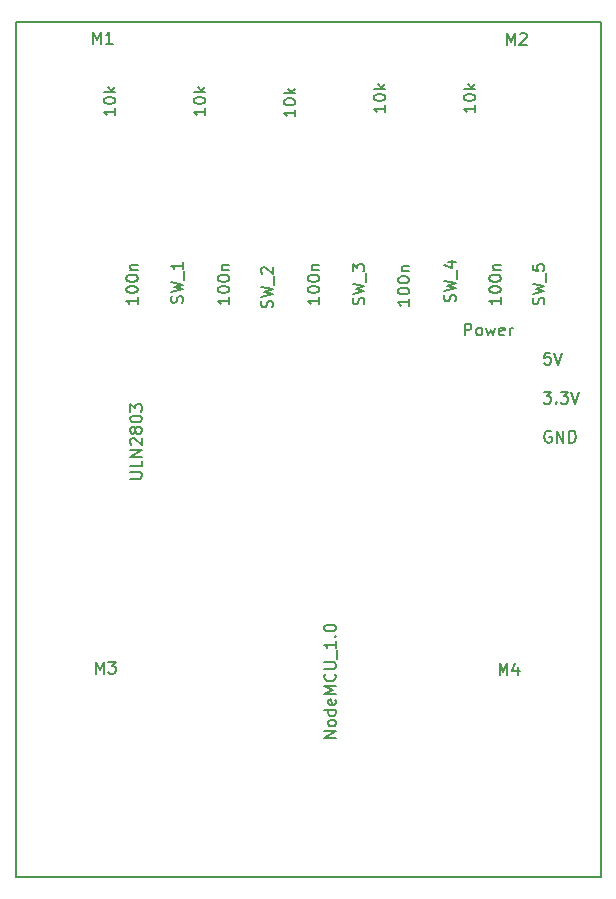
<source format=gbr>
G04 #@! TF.FileFunction,Other,Fab,Top*
%FSLAX46Y46*%
G04 Gerber Fmt 4.6, Leading zero omitted, Abs format (unit mm)*
G04 Created by KiCad (PCBNEW 4.0.3-stable) date 2016 August 18, Thursday 22:42:55*
%MOMM*%
%LPD*%
G01*
G04 APERTURE LIST*
%ADD10C,0.100000*%
%ADD11C,0.150000*%
G04 APERTURE END LIST*
D10*
D11*
X122761286Y-75019381D02*
X122285095Y-75019381D01*
X122237476Y-75495571D01*
X122285095Y-75447952D01*
X122380333Y-75400333D01*
X122618429Y-75400333D01*
X122713667Y-75447952D01*
X122761286Y-75495571D01*
X122808905Y-75590810D01*
X122808905Y-75828905D01*
X122761286Y-75924143D01*
X122713667Y-75971762D01*
X122618429Y-76019381D01*
X122380333Y-76019381D01*
X122285095Y-75971762D01*
X122237476Y-75924143D01*
X123094619Y-75019381D02*
X123427952Y-76019381D01*
X123761286Y-75019381D01*
X122189857Y-78319381D02*
X122808905Y-78319381D01*
X122475571Y-78700333D01*
X122618429Y-78700333D01*
X122713667Y-78747952D01*
X122761286Y-78795571D01*
X122808905Y-78890810D01*
X122808905Y-79128905D01*
X122761286Y-79224143D01*
X122713667Y-79271762D01*
X122618429Y-79319381D01*
X122332714Y-79319381D01*
X122237476Y-79271762D01*
X122189857Y-79224143D01*
X123237476Y-79224143D02*
X123285095Y-79271762D01*
X123237476Y-79319381D01*
X123189857Y-79271762D01*
X123237476Y-79224143D01*
X123237476Y-79319381D01*
X123618428Y-78319381D02*
X124237476Y-78319381D01*
X123904142Y-78700333D01*
X124047000Y-78700333D01*
X124142238Y-78747952D01*
X124189857Y-78795571D01*
X124237476Y-78890810D01*
X124237476Y-79128905D01*
X124189857Y-79224143D01*
X124142238Y-79271762D01*
X124047000Y-79319381D01*
X123761285Y-79319381D01*
X123666047Y-79271762D01*
X123618428Y-79224143D01*
X124523190Y-78319381D02*
X124856523Y-79319381D01*
X125189857Y-78319381D01*
X122808905Y-81667000D02*
X122713667Y-81619381D01*
X122570810Y-81619381D01*
X122427952Y-81667000D01*
X122332714Y-81762238D01*
X122285095Y-81857476D01*
X122237476Y-82047952D01*
X122237476Y-82190810D01*
X122285095Y-82381286D01*
X122332714Y-82476524D01*
X122427952Y-82571762D01*
X122570810Y-82619381D01*
X122666048Y-82619381D01*
X122808905Y-82571762D01*
X122856524Y-82524143D01*
X122856524Y-82190810D01*
X122666048Y-82190810D01*
X123285095Y-82619381D02*
X123285095Y-81619381D01*
X123856524Y-82619381D01*
X123856524Y-81619381D01*
X124332714Y-82619381D02*
X124332714Y-81619381D01*
X124570809Y-81619381D01*
X124713667Y-81667000D01*
X124808905Y-81762238D01*
X124856524Y-81857476D01*
X124904143Y-82047952D01*
X124904143Y-82190810D01*
X124856524Y-82381286D01*
X124808905Y-82476524D01*
X124713667Y-82571762D01*
X124570809Y-82619381D01*
X124332714Y-82619381D01*
X127000000Y-46990000D02*
X127000000Y-119380000D01*
X77470000Y-46990000D02*
X77470000Y-119380000D01*
X127000000Y-119380000D02*
X77470000Y-119380000D01*
X77470000Y-46990000D02*
X127000000Y-46990000D01*
X87172381Y-85669048D02*
X87981905Y-85669048D01*
X88077143Y-85621429D01*
X88124762Y-85573810D01*
X88172381Y-85478572D01*
X88172381Y-85288095D01*
X88124762Y-85192857D01*
X88077143Y-85145238D01*
X87981905Y-85097619D01*
X87172381Y-85097619D01*
X88172381Y-84145238D02*
X88172381Y-84621429D01*
X87172381Y-84621429D01*
X88172381Y-83811905D02*
X87172381Y-83811905D01*
X88172381Y-83240476D01*
X87172381Y-83240476D01*
X87267619Y-82811905D02*
X87220000Y-82764286D01*
X87172381Y-82669048D01*
X87172381Y-82430952D01*
X87220000Y-82335714D01*
X87267619Y-82288095D01*
X87362857Y-82240476D01*
X87458095Y-82240476D01*
X87600952Y-82288095D01*
X88172381Y-82859524D01*
X88172381Y-82240476D01*
X87600952Y-81669048D02*
X87553333Y-81764286D01*
X87505714Y-81811905D01*
X87410476Y-81859524D01*
X87362857Y-81859524D01*
X87267619Y-81811905D01*
X87220000Y-81764286D01*
X87172381Y-81669048D01*
X87172381Y-81478571D01*
X87220000Y-81383333D01*
X87267619Y-81335714D01*
X87362857Y-81288095D01*
X87410476Y-81288095D01*
X87505714Y-81335714D01*
X87553333Y-81383333D01*
X87600952Y-81478571D01*
X87600952Y-81669048D01*
X87648571Y-81764286D01*
X87696190Y-81811905D01*
X87791429Y-81859524D01*
X87981905Y-81859524D01*
X88077143Y-81811905D01*
X88124762Y-81764286D01*
X88172381Y-81669048D01*
X88172381Y-81478571D01*
X88124762Y-81383333D01*
X88077143Y-81335714D01*
X87981905Y-81288095D01*
X87791429Y-81288095D01*
X87696190Y-81335714D01*
X87648571Y-81383333D01*
X87600952Y-81478571D01*
X87172381Y-80669048D02*
X87172381Y-80573809D01*
X87220000Y-80478571D01*
X87267619Y-80430952D01*
X87362857Y-80383333D01*
X87553333Y-80335714D01*
X87791429Y-80335714D01*
X87981905Y-80383333D01*
X88077143Y-80430952D01*
X88124762Y-80478571D01*
X88172381Y-80573809D01*
X88172381Y-80669048D01*
X88124762Y-80764286D01*
X88077143Y-80811905D01*
X87981905Y-80859524D01*
X87791429Y-80907143D01*
X87553333Y-80907143D01*
X87362857Y-80859524D01*
X87267619Y-80811905D01*
X87220000Y-80764286D01*
X87172381Y-80669048D01*
X87172381Y-80002381D02*
X87172381Y-79383333D01*
X87553333Y-79716667D01*
X87553333Y-79573809D01*
X87600952Y-79478571D01*
X87648571Y-79430952D01*
X87743810Y-79383333D01*
X87981905Y-79383333D01*
X88077143Y-79430952D01*
X88124762Y-79478571D01*
X88172381Y-79573809D01*
X88172381Y-79859524D01*
X88124762Y-79954762D01*
X88077143Y-80002381D01*
X84280476Y-102179381D02*
X84280476Y-101179381D01*
X84613810Y-101893667D01*
X84947143Y-101179381D01*
X84947143Y-102179381D01*
X85328095Y-101179381D02*
X85947143Y-101179381D01*
X85613809Y-101560333D01*
X85756667Y-101560333D01*
X85851905Y-101607952D01*
X85899524Y-101655571D01*
X85947143Y-101750810D01*
X85947143Y-101988905D01*
X85899524Y-102084143D01*
X85851905Y-102131762D01*
X85756667Y-102179381D01*
X85470952Y-102179381D01*
X85375714Y-102131762D01*
X85328095Y-102084143D01*
X118443476Y-102306381D02*
X118443476Y-101306381D01*
X118776810Y-102020667D01*
X119110143Y-101306381D01*
X119110143Y-102306381D01*
X120014905Y-101639714D02*
X120014905Y-102306381D01*
X119776809Y-101258762D02*
X119538714Y-101973048D01*
X120157762Y-101973048D01*
X119078476Y-48966381D02*
X119078476Y-47966381D01*
X119411810Y-48680667D01*
X119745143Y-47966381D01*
X119745143Y-48966381D01*
X120173714Y-48061619D02*
X120221333Y-48014000D01*
X120316571Y-47966381D01*
X120554667Y-47966381D01*
X120649905Y-48014000D01*
X120697524Y-48061619D01*
X120745143Y-48156857D01*
X120745143Y-48252095D01*
X120697524Y-48394952D01*
X120126095Y-48966381D01*
X120745143Y-48966381D01*
X114704762Y-70675286D02*
X114752381Y-70532429D01*
X114752381Y-70294333D01*
X114704762Y-70199095D01*
X114657143Y-70151476D01*
X114561905Y-70103857D01*
X114466667Y-70103857D01*
X114371429Y-70151476D01*
X114323810Y-70199095D01*
X114276190Y-70294333D01*
X114228571Y-70484810D01*
X114180952Y-70580048D01*
X114133333Y-70627667D01*
X114038095Y-70675286D01*
X113942857Y-70675286D01*
X113847619Y-70627667D01*
X113800000Y-70580048D01*
X113752381Y-70484810D01*
X113752381Y-70246714D01*
X113800000Y-70103857D01*
X113752381Y-69770524D02*
X114752381Y-69532429D01*
X114038095Y-69341952D01*
X114752381Y-69151476D01*
X113752381Y-68913381D01*
X114847619Y-68770524D02*
X114847619Y-68008619D01*
X114085714Y-67341952D02*
X114752381Y-67341952D01*
X113704762Y-67580048D02*
X114419048Y-67818143D01*
X114419048Y-67199095D01*
X103195381Y-70334047D02*
X103195381Y-70905476D01*
X103195381Y-70619762D02*
X102195381Y-70619762D01*
X102338238Y-70715000D01*
X102433476Y-70810238D01*
X102481095Y-70905476D01*
X102195381Y-69715000D02*
X102195381Y-69619761D01*
X102243000Y-69524523D01*
X102290619Y-69476904D01*
X102385857Y-69429285D01*
X102576333Y-69381666D01*
X102814429Y-69381666D01*
X103004905Y-69429285D01*
X103100143Y-69476904D01*
X103147762Y-69524523D01*
X103195381Y-69619761D01*
X103195381Y-69715000D01*
X103147762Y-69810238D01*
X103100143Y-69857857D01*
X103004905Y-69905476D01*
X102814429Y-69953095D01*
X102576333Y-69953095D01*
X102385857Y-69905476D01*
X102290619Y-69857857D01*
X102243000Y-69810238D01*
X102195381Y-69715000D01*
X102195381Y-68762619D02*
X102195381Y-68667380D01*
X102243000Y-68572142D01*
X102290619Y-68524523D01*
X102385857Y-68476904D01*
X102576333Y-68429285D01*
X102814429Y-68429285D01*
X103004905Y-68476904D01*
X103100143Y-68524523D01*
X103147762Y-68572142D01*
X103195381Y-68667380D01*
X103195381Y-68762619D01*
X103147762Y-68857857D01*
X103100143Y-68905476D01*
X103004905Y-68953095D01*
X102814429Y-69000714D01*
X102576333Y-69000714D01*
X102385857Y-68953095D01*
X102290619Y-68905476D01*
X102243000Y-68857857D01*
X102195381Y-68762619D01*
X102528714Y-68000714D02*
X103195381Y-68000714D01*
X102623952Y-68000714D02*
X102576333Y-67953095D01*
X102528714Y-67857857D01*
X102528714Y-67714999D01*
X102576333Y-67619761D01*
X102671571Y-67572142D01*
X103195381Y-67572142D01*
X93543381Y-54316238D02*
X93543381Y-54887667D01*
X93543381Y-54601953D02*
X92543381Y-54601953D01*
X92686238Y-54697191D01*
X92781476Y-54792429D01*
X92829095Y-54887667D01*
X92543381Y-53697191D02*
X92543381Y-53601952D01*
X92591000Y-53506714D01*
X92638619Y-53459095D01*
X92733857Y-53411476D01*
X92924333Y-53363857D01*
X93162429Y-53363857D01*
X93352905Y-53411476D01*
X93448143Y-53459095D01*
X93495762Y-53506714D01*
X93543381Y-53601952D01*
X93543381Y-53697191D01*
X93495762Y-53792429D01*
X93448143Y-53840048D01*
X93352905Y-53887667D01*
X93162429Y-53935286D01*
X92924333Y-53935286D01*
X92733857Y-53887667D01*
X92638619Y-53840048D01*
X92591000Y-53792429D01*
X92543381Y-53697191D01*
X93543381Y-52935286D02*
X92543381Y-52935286D01*
X93162429Y-52840048D02*
X93543381Y-52554333D01*
X92876714Y-52554333D02*
X93257667Y-52935286D01*
X87828381Y-70334047D02*
X87828381Y-70905476D01*
X87828381Y-70619762D02*
X86828381Y-70619762D01*
X86971238Y-70715000D01*
X87066476Y-70810238D01*
X87114095Y-70905476D01*
X86828381Y-69715000D02*
X86828381Y-69619761D01*
X86876000Y-69524523D01*
X86923619Y-69476904D01*
X87018857Y-69429285D01*
X87209333Y-69381666D01*
X87447429Y-69381666D01*
X87637905Y-69429285D01*
X87733143Y-69476904D01*
X87780762Y-69524523D01*
X87828381Y-69619761D01*
X87828381Y-69715000D01*
X87780762Y-69810238D01*
X87733143Y-69857857D01*
X87637905Y-69905476D01*
X87447429Y-69953095D01*
X87209333Y-69953095D01*
X87018857Y-69905476D01*
X86923619Y-69857857D01*
X86876000Y-69810238D01*
X86828381Y-69715000D01*
X86828381Y-68762619D02*
X86828381Y-68667380D01*
X86876000Y-68572142D01*
X86923619Y-68524523D01*
X87018857Y-68476904D01*
X87209333Y-68429285D01*
X87447429Y-68429285D01*
X87637905Y-68476904D01*
X87733143Y-68524523D01*
X87780762Y-68572142D01*
X87828381Y-68667380D01*
X87828381Y-68762619D01*
X87780762Y-68857857D01*
X87733143Y-68905476D01*
X87637905Y-68953095D01*
X87447429Y-69000714D01*
X87209333Y-69000714D01*
X87018857Y-68953095D01*
X86923619Y-68905476D01*
X86876000Y-68857857D01*
X86828381Y-68762619D01*
X87161714Y-68000714D02*
X87828381Y-68000714D01*
X87256952Y-68000714D02*
X87209333Y-67953095D01*
X87161714Y-67857857D01*
X87161714Y-67714999D01*
X87209333Y-67619761D01*
X87304571Y-67572142D01*
X87828381Y-67572142D01*
X85923381Y-54316238D02*
X85923381Y-54887667D01*
X85923381Y-54601953D02*
X84923381Y-54601953D01*
X85066238Y-54697191D01*
X85161476Y-54792429D01*
X85209095Y-54887667D01*
X84923381Y-53697191D02*
X84923381Y-53601952D01*
X84971000Y-53506714D01*
X85018619Y-53459095D01*
X85113857Y-53411476D01*
X85304333Y-53363857D01*
X85542429Y-53363857D01*
X85732905Y-53411476D01*
X85828143Y-53459095D01*
X85875762Y-53506714D01*
X85923381Y-53601952D01*
X85923381Y-53697191D01*
X85875762Y-53792429D01*
X85828143Y-53840048D01*
X85732905Y-53887667D01*
X85542429Y-53935286D01*
X85304333Y-53935286D01*
X85113857Y-53887667D01*
X85018619Y-53840048D01*
X84971000Y-53792429D01*
X84923381Y-53697191D01*
X85923381Y-52935286D02*
X84923381Y-52935286D01*
X85542429Y-52840048D02*
X85923381Y-52554333D01*
X85256714Y-52554333D02*
X85637667Y-52935286D01*
X95575381Y-70334047D02*
X95575381Y-70905476D01*
X95575381Y-70619762D02*
X94575381Y-70619762D01*
X94718238Y-70715000D01*
X94813476Y-70810238D01*
X94861095Y-70905476D01*
X94575381Y-69715000D02*
X94575381Y-69619761D01*
X94623000Y-69524523D01*
X94670619Y-69476904D01*
X94765857Y-69429285D01*
X94956333Y-69381666D01*
X95194429Y-69381666D01*
X95384905Y-69429285D01*
X95480143Y-69476904D01*
X95527762Y-69524523D01*
X95575381Y-69619761D01*
X95575381Y-69715000D01*
X95527762Y-69810238D01*
X95480143Y-69857857D01*
X95384905Y-69905476D01*
X95194429Y-69953095D01*
X94956333Y-69953095D01*
X94765857Y-69905476D01*
X94670619Y-69857857D01*
X94623000Y-69810238D01*
X94575381Y-69715000D01*
X94575381Y-68762619D02*
X94575381Y-68667380D01*
X94623000Y-68572142D01*
X94670619Y-68524523D01*
X94765857Y-68476904D01*
X94956333Y-68429285D01*
X95194429Y-68429285D01*
X95384905Y-68476904D01*
X95480143Y-68524523D01*
X95527762Y-68572142D01*
X95575381Y-68667380D01*
X95575381Y-68762619D01*
X95527762Y-68857857D01*
X95480143Y-68905476D01*
X95384905Y-68953095D01*
X95194429Y-69000714D01*
X94956333Y-69000714D01*
X94765857Y-68953095D01*
X94670619Y-68905476D01*
X94623000Y-68857857D01*
X94575381Y-68762619D01*
X94908714Y-68000714D02*
X95575381Y-68000714D01*
X95003952Y-68000714D02*
X94956333Y-67953095D01*
X94908714Y-67857857D01*
X94908714Y-67714999D01*
X94956333Y-67619761D01*
X95051571Y-67572142D01*
X95575381Y-67572142D01*
X110815381Y-70461047D02*
X110815381Y-71032476D01*
X110815381Y-70746762D02*
X109815381Y-70746762D01*
X109958238Y-70842000D01*
X110053476Y-70937238D01*
X110101095Y-71032476D01*
X109815381Y-69842000D02*
X109815381Y-69746761D01*
X109863000Y-69651523D01*
X109910619Y-69603904D01*
X110005857Y-69556285D01*
X110196333Y-69508666D01*
X110434429Y-69508666D01*
X110624905Y-69556285D01*
X110720143Y-69603904D01*
X110767762Y-69651523D01*
X110815381Y-69746761D01*
X110815381Y-69842000D01*
X110767762Y-69937238D01*
X110720143Y-69984857D01*
X110624905Y-70032476D01*
X110434429Y-70080095D01*
X110196333Y-70080095D01*
X110005857Y-70032476D01*
X109910619Y-69984857D01*
X109863000Y-69937238D01*
X109815381Y-69842000D01*
X109815381Y-68889619D02*
X109815381Y-68794380D01*
X109863000Y-68699142D01*
X109910619Y-68651523D01*
X110005857Y-68603904D01*
X110196333Y-68556285D01*
X110434429Y-68556285D01*
X110624905Y-68603904D01*
X110720143Y-68651523D01*
X110767762Y-68699142D01*
X110815381Y-68794380D01*
X110815381Y-68889619D01*
X110767762Y-68984857D01*
X110720143Y-69032476D01*
X110624905Y-69080095D01*
X110434429Y-69127714D01*
X110196333Y-69127714D01*
X110005857Y-69080095D01*
X109910619Y-69032476D01*
X109863000Y-68984857D01*
X109815381Y-68889619D01*
X110148714Y-68127714D02*
X110815381Y-68127714D01*
X110243952Y-68127714D02*
X110196333Y-68080095D01*
X110148714Y-67984857D01*
X110148714Y-67841999D01*
X110196333Y-67746761D01*
X110291571Y-67699142D01*
X110815381Y-67699142D01*
X118562381Y-70334047D02*
X118562381Y-70905476D01*
X118562381Y-70619762D02*
X117562381Y-70619762D01*
X117705238Y-70715000D01*
X117800476Y-70810238D01*
X117848095Y-70905476D01*
X117562381Y-69715000D02*
X117562381Y-69619761D01*
X117610000Y-69524523D01*
X117657619Y-69476904D01*
X117752857Y-69429285D01*
X117943333Y-69381666D01*
X118181429Y-69381666D01*
X118371905Y-69429285D01*
X118467143Y-69476904D01*
X118514762Y-69524523D01*
X118562381Y-69619761D01*
X118562381Y-69715000D01*
X118514762Y-69810238D01*
X118467143Y-69857857D01*
X118371905Y-69905476D01*
X118181429Y-69953095D01*
X117943333Y-69953095D01*
X117752857Y-69905476D01*
X117657619Y-69857857D01*
X117610000Y-69810238D01*
X117562381Y-69715000D01*
X117562381Y-68762619D02*
X117562381Y-68667380D01*
X117610000Y-68572142D01*
X117657619Y-68524523D01*
X117752857Y-68476904D01*
X117943333Y-68429285D01*
X118181429Y-68429285D01*
X118371905Y-68476904D01*
X118467143Y-68524523D01*
X118514762Y-68572142D01*
X118562381Y-68667380D01*
X118562381Y-68762619D01*
X118514762Y-68857857D01*
X118467143Y-68905476D01*
X118371905Y-68953095D01*
X118181429Y-69000714D01*
X117943333Y-69000714D01*
X117752857Y-68953095D01*
X117657619Y-68905476D01*
X117610000Y-68857857D01*
X117562381Y-68762619D01*
X117895714Y-68000714D02*
X118562381Y-68000714D01*
X117990952Y-68000714D02*
X117943333Y-67953095D01*
X117895714Y-67857857D01*
X117895714Y-67714999D01*
X117943333Y-67619761D01*
X118038571Y-67572142D01*
X118562381Y-67572142D01*
X115498809Y-73552381D02*
X115498809Y-72552381D01*
X115879762Y-72552381D01*
X115975000Y-72600000D01*
X116022619Y-72647619D01*
X116070238Y-72742857D01*
X116070238Y-72885714D01*
X116022619Y-72980952D01*
X115975000Y-73028571D01*
X115879762Y-73076190D01*
X115498809Y-73076190D01*
X116641666Y-73552381D02*
X116546428Y-73504762D01*
X116498809Y-73457143D01*
X116451190Y-73361905D01*
X116451190Y-73076190D01*
X116498809Y-72980952D01*
X116546428Y-72933333D01*
X116641666Y-72885714D01*
X116784524Y-72885714D01*
X116879762Y-72933333D01*
X116927381Y-72980952D01*
X116975000Y-73076190D01*
X116975000Y-73361905D01*
X116927381Y-73457143D01*
X116879762Y-73504762D01*
X116784524Y-73552381D01*
X116641666Y-73552381D01*
X117308333Y-72885714D02*
X117498809Y-73552381D01*
X117689286Y-73076190D01*
X117879762Y-73552381D01*
X118070238Y-72885714D01*
X118832143Y-73504762D02*
X118736905Y-73552381D01*
X118546428Y-73552381D01*
X118451190Y-73504762D01*
X118403571Y-73409524D01*
X118403571Y-73028571D01*
X118451190Y-72933333D01*
X118546428Y-72885714D01*
X118736905Y-72885714D01*
X118832143Y-72933333D01*
X118879762Y-73028571D01*
X118879762Y-73123810D01*
X118403571Y-73219048D01*
X119308333Y-73552381D02*
X119308333Y-72885714D01*
X119308333Y-73076190D02*
X119355952Y-72980952D01*
X119403571Y-72933333D01*
X119498809Y-72885714D01*
X119594048Y-72885714D01*
X91590762Y-70802286D02*
X91638381Y-70659429D01*
X91638381Y-70421333D01*
X91590762Y-70326095D01*
X91543143Y-70278476D01*
X91447905Y-70230857D01*
X91352667Y-70230857D01*
X91257429Y-70278476D01*
X91209810Y-70326095D01*
X91162190Y-70421333D01*
X91114571Y-70611810D01*
X91066952Y-70707048D01*
X91019333Y-70754667D01*
X90924095Y-70802286D01*
X90828857Y-70802286D01*
X90733619Y-70754667D01*
X90686000Y-70707048D01*
X90638381Y-70611810D01*
X90638381Y-70373714D01*
X90686000Y-70230857D01*
X90638381Y-69897524D02*
X91638381Y-69659429D01*
X90924095Y-69468952D01*
X91638381Y-69278476D01*
X90638381Y-69040381D01*
X91733619Y-68897524D02*
X91733619Y-68135619D01*
X91638381Y-67373714D02*
X91638381Y-67945143D01*
X91638381Y-67659429D02*
X90638381Y-67659429D01*
X90781238Y-67754667D01*
X90876476Y-67849905D01*
X90924095Y-67945143D01*
X99210762Y-71183286D02*
X99258381Y-71040429D01*
X99258381Y-70802333D01*
X99210762Y-70707095D01*
X99163143Y-70659476D01*
X99067905Y-70611857D01*
X98972667Y-70611857D01*
X98877429Y-70659476D01*
X98829810Y-70707095D01*
X98782190Y-70802333D01*
X98734571Y-70992810D01*
X98686952Y-71088048D01*
X98639333Y-71135667D01*
X98544095Y-71183286D01*
X98448857Y-71183286D01*
X98353619Y-71135667D01*
X98306000Y-71088048D01*
X98258381Y-70992810D01*
X98258381Y-70754714D01*
X98306000Y-70611857D01*
X98258381Y-70278524D02*
X99258381Y-70040429D01*
X98544095Y-69849952D01*
X99258381Y-69659476D01*
X98258381Y-69421381D01*
X99353619Y-69278524D02*
X99353619Y-68516619D01*
X98353619Y-68326143D02*
X98306000Y-68278524D01*
X98258381Y-68183286D01*
X98258381Y-67945190D01*
X98306000Y-67849952D01*
X98353619Y-67802333D01*
X98448857Y-67754714D01*
X98544095Y-67754714D01*
X98686952Y-67802333D01*
X99258381Y-68373762D01*
X99258381Y-67754714D01*
X106957762Y-70929286D02*
X107005381Y-70786429D01*
X107005381Y-70548333D01*
X106957762Y-70453095D01*
X106910143Y-70405476D01*
X106814905Y-70357857D01*
X106719667Y-70357857D01*
X106624429Y-70405476D01*
X106576810Y-70453095D01*
X106529190Y-70548333D01*
X106481571Y-70738810D01*
X106433952Y-70834048D01*
X106386333Y-70881667D01*
X106291095Y-70929286D01*
X106195857Y-70929286D01*
X106100619Y-70881667D01*
X106053000Y-70834048D01*
X106005381Y-70738810D01*
X106005381Y-70500714D01*
X106053000Y-70357857D01*
X106005381Y-70024524D02*
X107005381Y-69786429D01*
X106291095Y-69595952D01*
X107005381Y-69405476D01*
X106005381Y-69167381D01*
X107100619Y-69024524D02*
X107100619Y-68262619D01*
X106005381Y-68119762D02*
X106005381Y-67500714D01*
X106386333Y-67834048D01*
X106386333Y-67691190D01*
X106433952Y-67595952D01*
X106481571Y-67548333D01*
X106576810Y-67500714D01*
X106814905Y-67500714D01*
X106910143Y-67548333D01*
X106957762Y-67595952D01*
X107005381Y-67691190D01*
X107005381Y-67976905D01*
X106957762Y-68072143D01*
X106910143Y-68119762D01*
X122197762Y-70929286D02*
X122245381Y-70786429D01*
X122245381Y-70548333D01*
X122197762Y-70453095D01*
X122150143Y-70405476D01*
X122054905Y-70357857D01*
X121959667Y-70357857D01*
X121864429Y-70405476D01*
X121816810Y-70453095D01*
X121769190Y-70548333D01*
X121721571Y-70738810D01*
X121673952Y-70834048D01*
X121626333Y-70881667D01*
X121531095Y-70929286D01*
X121435857Y-70929286D01*
X121340619Y-70881667D01*
X121293000Y-70834048D01*
X121245381Y-70738810D01*
X121245381Y-70500714D01*
X121293000Y-70357857D01*
X121245381Y-70024524D02*
X122245381Y-69786429D01*
X121531095Y-69595952D01*
X122245381Y-69405476D01*
X121245381Y-69167381D01*
X122340619Y-69024524D02*
X122340619Y-68262619D01*
X121245381Y-67548333D02*
X121245381Y-68024524D01*
X121721571Y-68072143D01*
X121673952Y-68024524D01*
X121626333Y-67929286D01*
X121626333Y-67691190D01*
X121673952Y-67595952D01*
X121721571Y-67548333D01*
X121816810Y-67500714D01*
X122054905Y-67500714D01*
X122150143Y-67548333D01*
X122197762Y-67595952D01*
X122245381Y-67691190D01*
X122245381Y-67929286D01*
X122197762Y-68024524D01*
X122150143Y-68072143D01*
X101163381Y-54443238D02*
X101163381Y-55014667D01*
X101163381Y-54728953D02*
X100163381Y-54728953D01*
X100306238Y-54824191D01*
X100401476Y-54919429D01*
X100449095Y-55014667D01*
X100163381Y-53824191D02*
X100163381Y-53728952D01*
X100211000Y-53633714D01*
X100258619Y-53586095D01*
X100353857Y-53538476D01*
X100544333Y-53490857D01*
X100782429Y-53490857D01*
X100972905Y-53538476D01*
X101068143Y-53586095D01*
X101115762Y-53633714D01*
X101163381Y-53728952D01*
X101163381Y-53824191D01*
X101115762Y-53919429D01*
X101068143Y-53967048D01*
X100972905Y-54014667D01*
X100782429Y-54062286D01*
X100544333Y-54062286D01*
X100353857Y-54014667D01*
X100258619Y-53967048D01*
X100211000Y-53919429D01*
X100163381Y-53824191D01*
X101163381Y-53062286D02*
X100163381Y-53062286D01*
X100782429Y-52967048D02*
X101163381Y-52681333D01*
X100496714Y-52681333D02*
X100877667Y-53062286D01*
X108783381Y-54062238D02*
X108783381Y-54633667D01*
X108783381Y-54347953D02*
X107783381Y-54347953D01*
X107926238Y-54443191D01*
X108021476Y-54538429D01*
X108069095Y-54633667D01*
X107783381Y-53443191D02*
X107783381Y-53347952D01*
X107831000Y-53252714D01*
X107878619Y-53205095D01*
X107973857Y-53157476D01*
X108164333Y-53109857D01*
X108402429Y-53109857D01*
X108592905Y-53157476D01*
X108688143Y-53205095D01*
X108735762Y-53252714D01*
X108783381Y-53347952D01*
X108783381Y-53443191D01*
X108735762Y-53538429D01*
X108688143Y-53586048D01*
X108592905Y-53633667D01*
X108402429Y-53681286D01*
X108164333Y-53681286D01*
X107973857Y-53633667D01*
X107878619Y-53586048D01*
X107831000Y-53538429D01*
X107783381Y-53443191D01*
X108783381Y-52681286D02*
X107783381Y-52681286D01*
X108402429Y-52586048D02*
X108783381Y-52300333D01*
X108116714Y-52300333D02*
X108497667Y-52681286D01*
X116403381Y-54062238D02*
X116403381Y-54633667D01*
X116403381Y-54347953D02*
X115403381Y-54347953D01*
X115546238Y-54443191D01*
X115641476Y-54538429D01*
X115689095Y-54633667D01*
X115403381Y-53443191D02*
X115403381Y-53347952D01*
X115451000Y-53252714D01*
X115498619Y-53205095D01*
X115593857Y-53157476D01*
X115784333Y-53109857D01*
X116022429Y-53109857D01*
X116212905Y-53157476D01*
X116308143Y-53205095D01*
X116355762Y-53252714D01*
X116403381Y-53347952D01*
X116403381Y-53443191D01*
X116355762Y-53538429D01*
X116308143Y-53586048D01*
X116212905Y-53633667D01*
X116022429Y-53681286D01*
X115784333Y-53681286D01*
X115593857Y-53633667D01*
X115498619Y-53586048D01*
X115451000Y-53538429D01*
X115403381Y-53443191D01*
X116403381Y-52681286D02*
X115403381Y-52681286D01*
X116022429Y-52586048D02*
X116403381Y-52300333D01*
X115736714Y-52300333D02*
X116117667Y-52681286D01*
X84026476Y-48839381D02*
X84026476Y-47839381D01*
X84359810Y-48553667D01*
X84693143Y-47839381D01*
X84693143Y-48839381D01*
X85693143Y-48839381D02*
X85121714Y-48839381D01*
X85407428Y-48839381D02*
X85407428Y-47839381D01*
X85312190Y-47982238D01*
X85216952Y-48077476D01*
X85121714Y-48125095D01*
X104592381Y-107655714D02*
X103592381Y-107655714D01*
X104592381Y-107084285D01*
X103592381Y-107084285D01*
X104592381Y-106465238D02*
X104544762Y-106560476D01*
X104497143Y-106608095D01*
X104401905Y-106655714D01*
X104116190Y-106655714D01*
X104020952Y-106608095D01*
X103973333Y-106560476D01*
X103925714Y-106465238D01*
X103925714Y-106322380D01*
X103973333Y-106227142D01*
X104020952Y-106179523D01*
X104116190Y-106131904D01*
X104401905Y-106131904D01*
X104497143Y-106179523D01*
X104544762Y-106227142D01*
X104592381Y-106322380D01*
X104592381Y-106465238D01*
X104592381Y-105274761D02*
X103592381Y-105274761D01*
X104544762Y-105274761D02*
X104592381Y-105369999D01*
X104592381Y-105560476D01*
X104544762Y-105655714D01*
X104497143Y-105703333D01*
X104401905Y-105750952D01*
X104116190Y-105750952D01*
X104020952Y-105703333D01*
X103973333Y-105655714D01*
X103925714Y-105560476D01*
X103925714Y-105369999D01*
X103973333Y-105274761D01*
X104544762Y-104417618D02*
X104592381Y-104512856D01*
X104592381Y-104703333D01*
X104544762Y-104798571D01*
X104449524Y-104846190D01*
X104068571Y-104846190D01*
X103973333Y-104798571D01*
X103925714Y-104703333D01*
X103925714Y-104512856D01*
X103973333Y-104417618D01*
X104068571Y-104369999D01*
X104163810Y-104369999D01*
X104259048Y-104846190D01*
X104592381Y-103941428D02*
X103592381Y-103941428D01*
X104306667Y-103608094D01*
X103592381Y-103274761D01*
X104592381Y-103274761D01*
X104497143Y-102227142D02*
X104544762Y-102274761D01*
X104592381Y-102417618D01*
X104592381Y-102512856D01*
X104544762Y-102655714D01*
X104449524Y-102750952D01*
X104354286Y-102798571D01*
X104163810Y-102846190D01*
X104020952Y-102846190D01*
X103830476Y-102798571D01*
X103735238Y-102750952D01*
X103640000Y-102655714D01*
X103592381Y-102512856D01*
X103592381Y-102417618D01*
X103640000Y-102274761D01*
X103687619Y-102227142D01*
X103592381Y-101798571D02*
X104401905Y-101798571D01*
X104497143Y-101750952D01*
X104544762Y-101703333D01*
X104592381Y-101608095D01*
X104592381Y-101417618D01*
X104544762Y-101322380D01*
X104497143Y-101274761D01*
X104401905Y-101227142D01*
X103592381Y-101227142D01*
X104687619Y-100989047D02*
X104687619Y-100227142D01*
X104592381Y-99465237D02*
X104592381Y-100036666D01*
X104592381Y-99750952D02*
X103592381Y-99750952D01*
X103735238Y-99846190D01*
X103830476Y-99941428D01*
X103878095Y-100036666D01*
X104497143Y-99036666D02*
X104544762Y-98989047D01*
X104592381Y-99036666D01*
X104544762Y-99084285D01*
X104497143Y-99036666D01*
X104592381Y-99036666D01*
X103592381Y-98370000D02*
X103592381Y-98274761D01*
X103640000Y-98179523D01*
X103687619Y-98131904D01*
X103782857Y-98084285D01*
X103973333Y-98036666D01*
X104211429Y-98036666D01*
X104401905Y-98084285D01*
X104497143Y-98131904D01*
X104544762Y-98179523D01*
X104592381Y-98274761D01*
X104592381Y-98370000D01*
X104544762Y-98465238D01*
X104497143Y-98512857D01*
X104401905Y-98560476D01*
X104211429Y-98608095D01*
X103973333Y-98608095D01*
X103782857Y-98560476D01*
X103687619Y-98512857D01*
X103640000Y-98465238D01*
X103592381Y-98370000D01*
M02*

</source>
